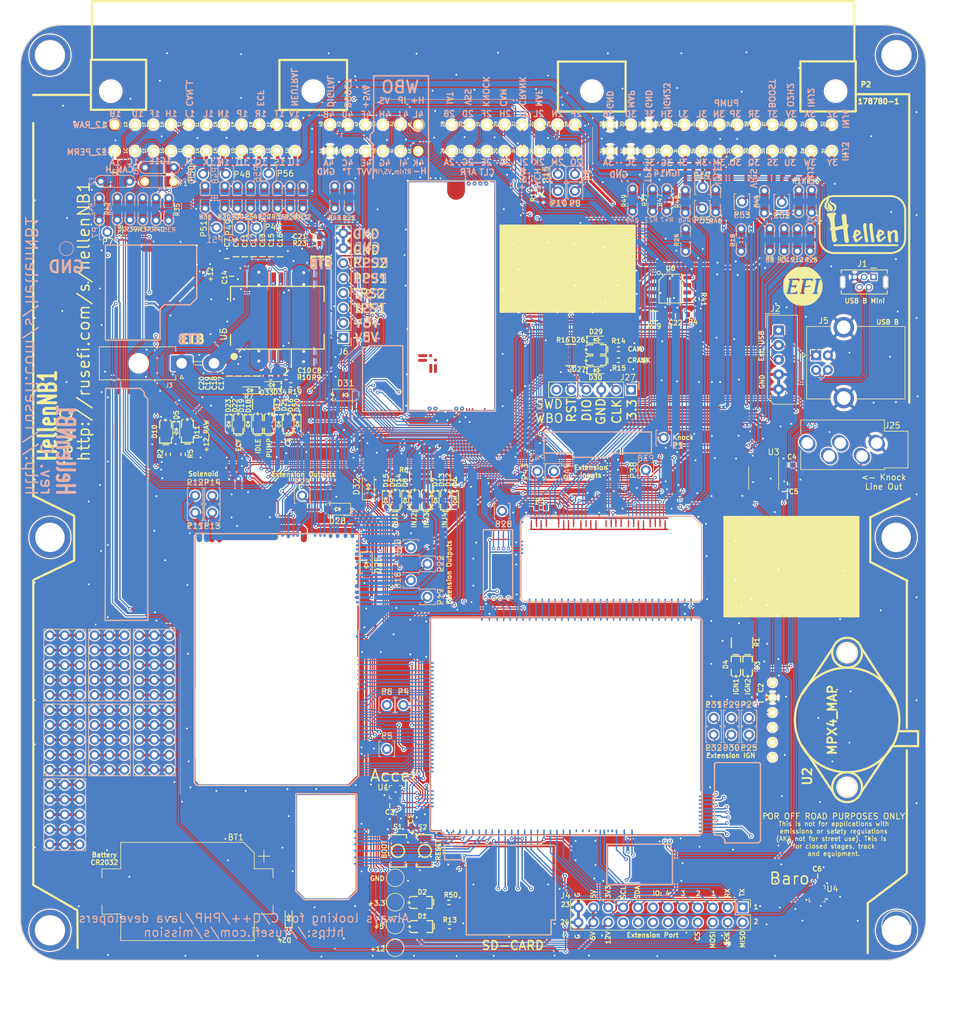
<source format=kicad_pcb>
(kicad_pcb (version 20211014) (generator pcbnew)

  (general
    (thickness 1.6)
  )

  (paper "A")
  (title_block
    (title "Hellen64")
    (date "2020-08-21")
    (rev "b")
  )

  (layers
    (0 "F.Cu" signal)
    (31 "B.Cu" signal)
    (32 "B.Adhes" user "B.Adhesive")
    (33 "F.Adhes" user "F.Adhesive")
    (34 "B.Paste" user)
    (35 "F.Paste" user)
    (36 "B.SilkS" user "B.Silkscreen")
    (37 "F.SilkS" user "F.Silkscreen")
    (38 "B.Mask" user)
    (39 "F.Mask" user)
    (40 "Dwgs.User" user "User.Drawings")
    (41 "Cmts.User" user "User.Comments")
    (42 "Eco1.User" user "User.Eco1")
    (43 "Eco2.User" user "User.Eco2")
    (44 "Edge.Cuts" user)
    (45 "Margin" user)
    (46 "B.CrtYd" user "B.Courtyard")
    (47 "F.CrtYd" user "F.Courtyard")
    (48 "B.Fab" user)
    (49 "F.Fab" user)
  )

  (setup
    (stackup
      (layer "F.SilkS" (type "Top Silk Screen"))
      (layer "F.Paste" (type "Top Solder Paste"))
      (layer "F.Mask" (type "Top Solder Mask") (color "Green") (thickness 0.01))
      (layer "F.Cu" (type "copper") (thickness 0.035))
      (layer "dielectric 1" (type "core") (thickness 1.51) (material "FR4") (epsilon_r 4.5) (loss_tangent 0.02))
      (layer "B.Cu" (type "copper") (thickness 0.035))
      (layer "B.Mask" (type "Bottom Solder Mask") (color "Green") (thickness 0.01))
      (layer "B.Paste" (type "Bottom Solder Paste"))
      (layer "B.SilkS" (type "Bottom Silk Screen"))
      (copper_finish "None")
      (dielectric_constraints no)
    )
    (pad_to_mask_clearance 0)
    (aux_axis_origin 21.09832 170.70534)
    (pcbplotparams
      (layerselection 0x00310f8_ffffffff)
      (disableapertmacros true)
      (usegerberextensions true)
      (usegerberattributes false)
      (usegerberadvancedattributes true)
      (creategerberjobfile false)
      (svguseinch false)
      (svgprecision 6)
      (excludeedgelayer true)
      (plotframeref false)
      (viasonmask false)
      (mode 1)
      (useauxorigin true)
      (hpglpennumber 1)
      (hpglpenspeed 20)
      (hpglpendiameter 15.000000)
      (dxfpolygonmode true)
      (dxfimperialunits true)
      (dxfusepcbnewfont true)
      (psnegative false)
      (psa4output false)
      (plotreference true)
      (plotvalue false)
      (plotinvisibletext false)
      (sketchpadsonfab false)
      (subtractmaskfromsilk false)
      (outputformat 1)
      (mirror false)
      (drillshape 0)
      (scaleselection 1)
      (outputdirectory "gerber/")
    )
  )

  (net 0 "")
  (net 1 "GND")
  (net 2 "/IN_CRANK")
  (net 3 "+12V")
  (net 4 "Net-(D1-Pad2)")
  (net 5 "/1G")
  (net 6 "/1H")
  (net 7 "/1E")
  (net 8 "/1L")
  (net 9 "/1B")
  (net 10 "/1A")
  (net 11 "/1D")
  (net 12 "Net-(D2-Pad2)")
  (net 13 "/1J")
  (net 14 "/1F")
  (net 15 "/1P")
  (net 16 "/1O")
  (net 17 "/1M")
  (net 18 "/1N")
  (net 19 "/1Q")
  (net 20 "Net-(D3-Pad2)")
  (net 21 "Net-(D4-Pad2)")
  (net 22 "/1V")
  (net 23 "/1U")
  (net 24 "/NRESET")
  (net 25 "unconnected-(J1-Pad4)")
  (net 26 "Net-(D12-Pad1)")
  (net 27 "/VBUS")
  (net 28 "/SD_MISO")
  (net 29 "/SD_SCK")
  (net 30 "/SD_MOSI")
  (net 31 "/SD_CS")
  (net 32 "unconnected-(J4-Pad18)")
  (net 33 "Net-(D13-Pad1)")
  (net 34 "unconnected-(J4-Pad16)")
  (net 35 "Net-(D14-Pad1)")
  (net 36 "unconnected-(J4-Pad14)")
  (net 37 "unconnected-(J4-Pad13)")
  (net 38 "unconnected-(J4-Pad12)")
  (net 39 "Net-(D15-Pad1)")
  (net 40 "/EXT_IO4")
  (net 41 "unconnected-(J4-Pad10)")
  (net 42 "/EXT_IO3")
  (net 43 "/EXT_SPI_CS2")
  (net 44 "/EXT_IO2")
  (net 45 "/EXT_SPI_MOSI")
  (net 46 "/EXT_IO1")
  (net 47 "/EXT_SPI_SCK")
  (net 48 "/UART_EXT_TX")
  (net 49 "/EXT_SPI_MISO")
  (net 50 "/UART_EXT_RX")
  (net 51 "Net-(D11-Pad2)")
  (net 52 "Net-(D16-Pad1)")
  (net 53 "Net-(D17-Pad1)")
  (net 54 "+5VA")
  (net 55 "Net-(D19-Pad1)")
  (net 56 "/EXT_I2C_SDA")
  (net 57 "/EXT_I2C_SCL")
  (net 58 "/PPS")
  (net 59 "/1C")
  (net 60 "/RES3")
  (net 61 "/CAM")
  (net 62 "/INJ3")
  (net 63 "/INJ4")
  (net 64 "/SENS3")
  (net 65 "/SENS1")
  (net 66 "/IN_SENS2")
  (net 67 "/IN_SENS3")
  (net 68 "/IN_KNOCK")
  (net 69 "/IN_TPS")
  (net 70 "unconnected-(M1-PadS14)")
  (net 71 "/IN_RES3")
  (net 72 "/IN_PPS")
  (net 73 "/MAIN")
  (net 74 "/LOW7_HIGH1")
  (net 75 "/O2H")
  (net 76 "/IN_TPS2")
  (net 77 "/VREF2")
  (net 78 "/O2H2")
  (net 79 "/IO8")
  (net 80 "/ALT_WARN")
  (net 81 "/ETB_EN")
  (net 82 "/IN_VSS")
  (net 83 "/+ETB")
  (net 84 "/SOLENOID_B2")
  (net 85 "/IDLE")
  (net 86 "/PP1")
  (net 87 "/LOW10")
  (net 88 "/IO12")
  (net 89 "/IO13")
  (net 90 "/INJ1")
  (net 91 "/INJ2")
  (net 92 "/PP2")
  (net 93 "/CRANK")
  (net 94 "/VSS")
  (net 95 "/ECF_RELAY")
  (net 96 "unconnected-(M3-PadN4)")
  (net 97 "unconnected-(M3-PadN5)")
  (net 98 "/CLT")
  (net 99 "/IAT")
  (net 100 "/MAF")
  (net 101 "/MAP2")
  (net 102 "/USB+")
  (net 103 "/USB-")
  (net 104 "/OUT_SOLENOID_A1")
  (net 105 "/OUT_SOLENOID_A2")
  (net 106 "/OUT_SOLENOID_B1")
  (net 107 "/OUT_SOLENOID_B2")
  (net 108 "+12V_PROT")
  (net 109 "/OUT_HIGH2")
  (net 110 "/OUT_LOW10")
  (net 111 "unconnected-(M1-PadE4)")
  (net 112 "unconnected-(M1-PadE3)")
  (net 113 "+5V")
  (net 114 "/OUT_HIGH1")
  (net 115 "/IGN1")
  (net 116 "/IGN2")
  (net 117 "/IGN3")
  (net 118 "/IGN4")
  (net 119 "/IGN5")
  (net 120 "/IGN6")
  (net 121 "/IGN7")
  (net 122 "/IGN8")
  (net 123 "/OUT_LOW7_PULLUP")
  (net 124 "/OUT_IGN3")
  (net 125 "/OUT_IGN4")
  (net 126 "/OUT_IGN5")
  (net 127 "/OUT_IGN6")
  (net 128 "/OUT_IGN7")
  (net 129 "/OUT_IGN8")
  (net 130 "/OUT_LOW5_DUAL")
  (net 131 "unconnected-(J27-Pad6)")
  (net 132 "unconnected-(M12-PadJ1)")
  (net 133 "unconnected-(M12-PadJ_GND1)")
  (net 134 "/VIGN")
  (net 135 "/D4")
  (net 136 "/D3")
  (net 137 "unconnected-(M3-PadN32)")
  (net 138 "/BOOT0")
  (net 139 "/IN_KNOCK_RAW")
  (net 140 "/WBO_Vs")
  (net 141 "/WBO_Vs{slash}Ip")
  (net 142 "/WBO_Ip")
  (net 143 "/WBO_R_Trim")
  (net 144 "/OUT_IGN1")
  (net 145 "/OUT_IGN2")
  (net 146 "Net-(P2-Pad5)")
  (net 147 "/VBAT")
  (net 148 "+3V3")
  (net 149 "Net-(P2-Pad6)")
  (net 150 "/OUT_INJ2")
  (net 151 "/OUT_INJ1")
  (net 152 "Net-(P2-Pad10)")
  (net 153 "unconnected-(M3-PadN11)")
  (net 154 "unconnected-(M3-PadN10)")
  (net 155 "unconnected-(M3-PadN9)")
  (net 156 "unconnected-(M3-PadN8)")
  (net 157 "/OUT_IDLE")
  (net 158 "/CAN_TX")
  (net 159 "/CAN_RX")
  (net 160 "/CAN_VIO")
  (net 161 "/IN_CAM")
  (net 162 "Net-(P2-Pad20)")
  (net 163 "Net-(P2-Pad21)")
  (net 164 "/CE")
  (net 165 "/TPS2")
  (net 166 "/IN_MAF")
  (net 167 "/IN_CLT")
  (net 168 "/IN_IAT")
  (net 169 "/IN_CLUTCH")
  (net 170 "/-ETB")
  (net 171 "/PUMP")
  (net 172 "/IN_D4")
  (net 173 "unconnected-(R1-Pad7)")
  (net 174 "unconnected-(R1-Pad6)")
  (net 175 "unconnected-(M3-PadE33)")
  (net 176 "/OUT_INJ4")
  (net 177 "/OUT_TACH")
  (net 178 "/OUT_INJ3")
  (net 179 "Net-(D18-Pad1)")
  (net 180 "/CLUTCH")
  (net 181 "/MAP3")
  (net 182 "/TPS")
  (net 183 "/SENS4")
  (net 184 "/KNOCK")
  (net 185 "/SENS2")
  (net 186 "unconnected-(U1-Pad5)")
  (net 187 "/IN_MAP3")
  (net 188 "unconnected-(U2-Pad6)")
  (net 189 "unconnected-(U2-Pad5)")
  (net 190 "unconnected-(U2-Pad4)")
  (net 191 "/AC_SW")
  (net 192 "/AC_FAN_RELAY")
  (net 193 "unconnected-(J11-Pad1)")
  (net 194 "unconnected-(J13-Pad1)")
  (net 195 "unconnected-(J14-Pad1)")
  (net 196 "unconnected-(J15-Pad1)")
  (net 197 "unconnected-(J16-Pad1)")
  (net 198 "+5V_IGN")
  (net 199 "+3V3_IGN")
  (net 200 "+12V_RAW")
  (net 201 "+12V_PERM")
  (net 202 "/CAN-")
  (net 203 "/CAN+")
  (net 204 "Net-(D26-Pad2)")
  (net 205 "Net-(D26-Pad1)")
  (net 206 "Net-(D27-Pad2)")
  (net 207 "Net-(D27-Pad1)")
  (net 208 "unconnected-(M1-PadJ17)")
  (net 209 "unconnected-(R16-Pad5)")
  (net 210 "unconnected-(R16-Pad4)")
  (net 211 "unconnected-(R16-Pad8)")
  (net 212 "unconnected-(R16-Pad1)")
  (net 213 "Net-(D10-Pad2)")
  (net 214 "/3I")
  (net 215 "/OUT_ECF_RELAY")
  (net 216 "/3S")
  (net 217 "/3Y")
  (net 218 "/3H")
  (net 219 "/3J")
  (net 220 "/OUT_PUMP_RELAY")
  (net 221 "/3N")
  (net 222 "/3R")
  (net 223 "/3T")
  (net 224 "/3X")
  (net 225 "/3Z")
  (net 226 "Net-(G4-Pad10)")
  (net 227 "Net-(G4-Pad14)")
  (net 228 "Net-(G4-Pad13)")
  (net 229 "Net-(G4-Pad12)")
  (net 230 "/IN_AC_SW")
  (net 231 "Net-(G5-Pad10)")
  (net 232 "Net-(G5-Pad14)")
  (net 233 "Net-(G5-Pad13)")
  (net 234 "Net-(G5-Pad12)")
  (net 235 "Net-(G5-Pad1)")
  (net 236 "Net-(G6-Pad10)")
  (net 237 "Net-(G6-Pad14)")
  (net 238 "Net-(G6-Pad13)")
  (net 239 "Net-(G6-Pad12)")
  (net 240 "Net-(G6-Pad1)")
  (net 241 "Net-(G7-Pad10)")
  (net 242 "Net-(G7-Pad14)")
  (net 243 "Net-(G7-Pad13)")
  (net 244 "Net-(G7-Pad12)")
  (net 245 "Net-(G7-Pad1)")
  (net 246 "unconnected-(M5-PadS10)")
  (net 247 "/AC_RELAY")
  (net 248 "unconnected-(M5-PadW35)")
  (net 249 "Net-(C4-Pad2)")
  (net 250 "Net-(C4-Pad1)")
  (net 251 "unconnected-(J25-PadR)")
  (net 252 "Net-(U3-Pad6)")
  (net 253 "Net-(BT1-Pad1)")
  (net 254 "unconnected-(J25-PadRN)")
  (net 255 "unconnected-(J25-PadTN)")
  (net 256 "unconnected-(U4-Pad7)")
  (net 257 "Net-(J27-Pad1)")
  (net 258 "Net-(J27-Pad2)")
  (net 259 "Net-(J27-Pad4)")
  (net 260 "Net-(J27-Pad5)")
  (net 261 "unconnected-(U1-Pad12)")
  (net 262 "unconnected-(U1-Pad11)")
  (net 263 "Net-(M3-PadN25)")
  (net 264 "Net-(M3-PadN26)")
  (net 265 "Net-(M3-PadN27)")
  (net 266 "/IN_PRESSURE")
  (net 267 "/OUT_AC_RELAY")
  (net 268 "Net-(G4-Pad1)")
  (net 269 "unconnected-(M1-PadJ14)")
  (net 270 "/OUT_CHECK_ENGINE")
  (net 271 "/OUT_AC_FAN_RELAY")
  (net 272 "Net-(M12-PadW2)")
  (net 273 "Net-(M12-PadW4)")
  (net 274 "unconnected-(M12-PadJ2)")
  (net 275 "unconnected-(M12-PadJ_GND2)")
  (net 276 "unconnected-(M12-PadJ_VCC1)")
  (net 277 "unconnected-(M12-PadJ_VCC2)")
  (net 278 "Net-(M12-PadW3)")
  (net 279 "/OUT_VICS")
  (net 280 "/IN_O2S2")
  (net 281 "/IN_NEUTRAL")
  (net 282 "/IN_MAP")
  (net 283 "/IN_EGR_BOOST")
  (net 284 "/IN_BRAKE")
  (net 285 "/IN_AFR")
  (net 286 "/IN_STEERING")
  (net 287 "/OUT_O2H")
  (net 288 "/OUT_ALT_WARNING")
  (net 289 "/OUT_O2H2")
  (net 290 "/OUT_ALTERNATOR")
  (net 291 "/2M")
  (net 292 "/2O")
  (net 293 "/2N")
  (net 294 "/2P")
  (net 295 "/3G")
  (net 296 "/3K")
  (net 297 "/3U")
  (net 298 "/3W")
  (net 299 "/3D")
  (net 300 "/3L")
  (net 301 "/4K")
  (net 302 "/3V")
  (net 303 "unconnected-(M1-PadJ10)")
  (net 304 "unconnected-(J17-Pad1)")
  (net 305 "/4L")
  (net 306 "/OUT_VVT")
  (net 307 "/STEERING")
  (net 308 "/AFR")
  (net 309 "/BRAKE")
  (net 310 "/EGR_BOOST")
  (net 311 "/TEMP")
  (net 312 "/PRESSURE")
  (net 313 "/IN_O2S3")
  (net 314 "/DIGITAL")
  (net 315 "/IN_DIGITAL")
  (net 316 "/OUT_BOOST")
  (net 317 "Net-(P2-Pad72)")
  (net 318 "Net-(P2-Pad59)")
  (net 319 "Net-(P2-Pad66)")
  (net 320 "/IN_TEMP_OR_PPS2")
  (net 321 "Net-(C8-Pad1)")
  (net 322 "Net-(C10-Pad1)")
  (net 323 "Net-(C10-Pad2)")
  (net 324 "Net-(C14-Pad2)")
  (net 325 "Net-(D33-Pad1)")
  (net 326 "/OUT_ETB+")
  (net 327 "/OUT_ETB-")
  (net 328 "+12V_ETB")
  (net 329 "Net-(G9-Pad12)")
  (net 330 "Net-(G9-Pad13)")
  (net 331 "Net-(G11-Pad1)")
  (net 332 "Net-(G11-Pad12)")
  (net 333 "Net-(G11-Pad13)")
  (net 334 "Net-(G11-Pad14)")
  (net 335 "Net-(G12-Pad12)")
  (net 336 "Net-(G12-Pad13)")
  (net 337 "Net-(G12-Pad14)")
  (net 338 "Net-(G12-Pad10)")
  (net 339 "Net-(G9-Pad10)")
  (net 340 "Net-(G9-Pad14)")
  (net 341 "Net-(G11-Pad10)")
  (net 342 "Net-(G12-Pad1)")
  (net 343 "Net-(G9-Pad1)")
  (net 344 "/VVT")
  (net 345 "/BOOST")
  (net 346 "/VICS")
  (net 347 "/EXT_SPI_CS")
  (net 348 "Net-(C21-Pad2)")
  (net 349 "+5VAS")
  (net 350 "Net-(R41-Pad2)")
  (net 351 "unconnected-(U6-Pad2)")
  (net 352 "unconnected-(U6-Pad6)")

  (footprint "rusefi_lib:LOGO" (layer "F.Cu") (at 154.175 56.15))

  (footprint "rusefi_lib:Off_Road_Disclaimer" (layer "F.Cu") (at 166.61096 62.518 90))

  (footprint "hellen-one-sd-0.1:sd" (layer "F.Cu") (at 93.141861 166.485307))

  (footprint "hellen-one-knock-0.1:knock" (layer "F.Cu") (at 128.509785 80.786596 180))

  (footprint "hellen-one-common:PAD-0805-PAD" (layer "F.Cu") (at 148.54832 48.20534 90))

  (footprint "hellen-one-common:PG-DSO-8-43" (layer "F.Cu") (at 131.659999 56.525014))

  (footprint "hellen-one-common:PAD-0805-PAD" (layer "F.Cu") (at 69.122748 40.975 90))

  (footprint "hellen-one-common:PAD-TH" (layer "F.Cu") (at 83.4007 134.79512))

  (footprint "hellen-one-common:PAD-TH" (layer "F.Cu") (at 83.4007 127.29294))

  (footprint "hellen-one-common:PAD-TH" (layer "F.Cu") (at 61.225 46.1))

  (footprint "hellen-one-common:R0603" (layer "F.Cu") (at 46.19832 84.69284 -90))

  (footprint "Connector_PinHeader_2.54mm:PinHeader_1x06_P2.54mm_Vertical" (layer "F.Cu") (at 124.95 73.7 -90))

  (footprint "hellen-one-common:R0603" (layer "F.Cu") (at 135.4 60.925))

  (footprint "hellen-one-common:PAD-TH" (layer "F.Cu") (at 137.05 42.85))

  (footprint "TestPoint:TestPoint_Pad_D2.0mm" (layer "F.Cu") (at 84.817979 168.569299))

  (footprint "hellen-one-common:C0603" (layer "F.Cu") (at 83.909999 144.4))

  (footprint "hellen-one-common:PROTO_AREA" (layer "F.Cu") (at 41.30832 125.608018 90))

  (footprint "hellen-one-common:R0603" (layer "F.Cu") (at 66.275 71.625))

  (footprint "hellen-one-common:PAD-TH" (layer "F.Cu") (at 112.5 39.95))

  (footprint "hellen-one-common:PAD-0805-PAD" (layer "F.Cu") (at 76.975 41.000021 90))

  (footprint "hellen-one-common:PAD-TH" (layer "F.Cu") (at 50.8 91.7))

  (footprint "hellen-one-common:PROTO_AREA" (layer "F.Cu") (at 33.68832 138.308018 90))

  (footprint "hellen-one-output-0.3:output" (layer "F.Cu") (at 78.81486 98.04862 180))

  (footprint "hellen-one-common:PAD-0805-PAD" (layer "F.Cu") (at 52.5 40.975 90))

  (footprint "hellen-one-common:LED-0805" (layer "F.Cu") (at 89.30436 164.975 180))

  (footprint "hellen-one-common:PAD-0805-PAD" (layer "F.Cu") (at 134.175 41.700021 90))

  (footprint "hellen-one-common:SOD-323" (layer "F.Cu") (at 83.210209 92.54925 -90))

  (footprint "hellen-one-common:C0603" (layer "F.Cu") (at 56.228517 51.393556 -90))

  (footprint "hellen-one-common:C0603" (layer "F.Cu") (at 87.65 148.975 -90))

  (footprint "hellen-one-common:PAD-TH" (layer "F.Cu") (at 112.5 37.025 180))

  (footprint "hellen-one-common:SMD-2_2.9x3.9x1.7" (layer "F.Cu") (at 85.3 152.1 -90))

  (footprint "hellen-one-common:LED-0603" (layer "F.Cu") (at 93.310209 92.44925 90))

  (footprint "hellen-one-common:C0603" (layer "F.Cu") (at 151.690001 86.5 180))

  (footprint "hellen-one-common:PAD-0805-PAD" (layer "F.Cu") (at 134.225 48.25 90))

  (footprint "hellen-one-common:SOD-123" (layer "F.Cu") (at 74.995 94 180))

  (footprint "hellen-one-common:PAD-0805-PAD" (layer "F.Cu") (at 64.8 40.975 90))

  (footprint "hellen-one-common:SOD-323" (layer "F.Cu") (at 94.997706 92.550749 -90))

  (footprint "hellen-one-common:PAD-0805-PAD" (layer "F.Cu") (at 34.489541 42.995902 90))

  (footprint "hellen-one-common:178780-1" (layer "F.Cu") (at 146.63696 33.12622))

  (footprint "hellen-one-common:SOD-323" (layer "F.Cu") (at 59.787497 79.601499 -90))

  (footprint "hellen-one-common:PAD-TH" (layer "F.Cu") (at 63.29832 36.925 180))

  (footprint "hellen-one-common:PAD-TH" (layer "F.Cu") (at 150.592799 41.80534 180))

  (footprint "hellen-one-common:LED-0805" (layer "F.Cu")
    (tedit 602669AE) (tstamp 3427c748-4bb6-4369-958f-8bbe2bd24b9a)
    (at 49.47332 80.79284 90)
    (property "LCSC" "C2297")
    (property "Sheetfile" "hellen64_NB1.kicad_sch")
    (property "Sheetname" "")
    (path "/c0be0ee7-3d86-4021-b7f3-4492c90edf89")
    (fp_text reference "D11" (at -1.39294 2.08974 90 unlocked) (layer "F.SilkS")
      (effects (font (size 0.800001 0.800001) (thickness 0.17)) (justify left bottom))
      (tstamp 552f1cf8-c437-4e7b-8866-434e63d531d2)
    )
    (fp_text value "LED-GREEN-0805" (at 2.69777 2.876616 90 unlocked) (layer "F.SilkS") hide
      (effects (font (size 0.800001 0.800001) (thickness 0.17)) (justify left bottom))
      (tstamp d97e06f2-1cbd-4242-86b3-e1b85624443d)
    )
    (fp_line (start 1.740002 1.010001) (end 2.040001 0.770001) (layer "F.SilkS") (width 0.2) (tstamp 2ecb76c7-5d3a-4fe8-bbd5-ceafd5d2ae2a))
    (fp_line (start 1.827192 -0.024996) (end 2.252193 -0.024996) (layer "F.SilkS") (width 0.2) (tstamp 61ce79ad-9670-4a0f-9861-b62dd8f31cc1))
    (fp_line (start -1.879999 -1.01) (end -0.91 -1.01) (layer "F.SilkS") (width 0.2) (tstamp 6b4eff2a-7479-4fe5-bfc1-678c057daf8e))
    (fp_line (start 0.660001 -1.01) (end 1.739999 -1.01) (layer "F.SilkS") (width 0.2) (tstamp 8c4b2b77-101f-41bd-a32b-79e35bba32e9))
    (fp_line (start 0.660001 1.010001) (end 1.740002 1.010001) (layer "F.Silk
... [4520783 chars truncated]
</source>
